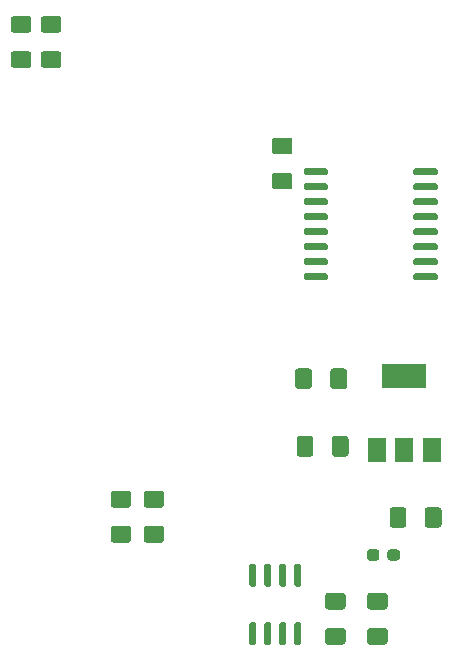
<source format=gbr>
%TF.GenerationSoftware,KiCad,Pcbnew,(5.1.6)-1*%
%TF.CreationDate,2021-10-22T11:30:52-04:00*%
%TF.ProjectId,main_board,6d61696e-5f62-46f6-9172-642e6b696361,rev?*%
%TF.SameCoordinates,Original*%
%TF.FileFunction,Paste,Top*%
%TF.FilePolarity,Positive*%
%FSLAX46Y46*%
G04 Gerber Fmt 4.6, Leading zero omitted, Abs format (unit mm)*
G04 Created by KiCad (PCBNEW (5.1.6)-1) date 2021-10-22 11:30:52*
%MOMM*%
%LPD*%
G01*
G04 APERTURE LIST*
%ADD10R,3.800000X2.000000*%
%ADD11R,1.500000X2.000000*%
G04 APERTURE END LIST*
%TO.C,C1*%
G36*
G01*
X162296000Y-97586500D02*
X161046000Y-97586500D01*
G75*
G02*
X160796000Y-97336500I0J250000D01*
G01*
X160796000Y-96411500D01*
G75*
G02*
X161046000Y-96161500I250000J0D01*
G01*
X162296000Y-96161500D01*
G75*
G02*
X162546000Y-96411500I0J-250000D01*
G01*
X162546000Y-97336500D01*
G75*
G02*
X162296000Y-97586500I-250000J0D01*
G01*
G37*
G36*
G01*
X162296000Y-100561500D02*
X161046000Y-100561500D01*
G75*
G02*
X160796000Y-100311500I0J250000D01*
G01*
X160796000Y-99386500D01*
G75*
G02*
X161046000Y-99136500I250000J0D01*
G01*
X162296000Y-99136500D01*
G75*
G02*
X162546000Y-99386500I0J-250000D01*
G01*
X162546000Y-100311500D01*
G75*
G02*
X162296000Y-100561500I-250000J0D01*
G01*
G37*
%TD*%
%TO.C,C2*%
G36*
G01*
X165554500Y-134706000D02*
X166804500Y-134706000D01*
G75*
G02*
X167054500Y-134956000I0J-250000D01*
G01*
X167054500Y-135881000D01*
G75*
G02*
X166804500Y-136131000I-250000J0D01*
G01*
X165554500Y-136131000D01*
G75*
G02*
X165304500Y-135881000I0J250000D01*
G01*
X165304500Y-134956000D01*
G75*
G02*
X165554500Y-134706000I250000J0D01*
G01*
G37*
G36*
G01*
X165554500Y-137681000D02*
X166804500Y-137681000D01*
G75*
G02*
X167054500Y-137931000I0J-250000D01*
G01*
X167054500Y-138856000D01*
G75*
G02*
X166804500Y-139106000I-250000J0D01*
G01*
X165554500Y-139106000D01*
G75*
G02*
X165304500Y-138856000I0J250000D01*
G01*
X165304500Y-137931000D01*
G75*
G02*
X165554500Y-137681000I250000J0D01*
G01*
G37*
%TD*%
%TO.C,C3*%
G36*
G01*
X162773000Y-117211000D02*
X162773000Y-115961000D01*
G75*
G02*
X163023000Y-115711000I250000J0D01*
G01*
X163948000Y-115711000D01*
G75*
G02*
X164198000Y-115961000I0J-250000D01*
G01*
X164198000Y-117211000D01*
G75*
G02*
X163948000Y-117461000I-250000J0D01*
G01*
X163023000Y-117461000D01*
G75*
G02*
X162773000Y-117211000I0J250000D01*
G01*
G37*
G36*
G01*
X165748000Y-117211000D02*
X165748000Y-115961000D01*
G75*
G02*
X165998000Y-115711000I250000J0D01*
G01*
X166923000Y-115711000D01*
G75*
G02*
X167173000Y-115961000I0J-250000D01*
G01*
X167173000Y-117211000D01*
G75*
G02*
X166923000Y-117461000I-250000J0D01*
G01*
X165998000Y-117461000D01*
G75*
G02*
X165748000Y-117211000I0J250000D01*
G01*
G37*
%TD*%
%TO.C,C4*%
G36*
G01*
X165875000Y-122926000D02*
X165875000Y-121676000D01*
G75*
G02*
X166125000Y-121426000I250000J0D01*
G01*
X167050000Y-121426000D01*
G75*
G02*
X167300000Y-121676000I0J-250000D01*
G01*
X167300000Y-122926000D01*
G75*
G02*
X167050000Y-123176000I-250000J0D01*
G01*
X166125000Y-123176000D01*
G75*
G02*
X165875000Y-122926000I0J250000D01*
G01*
G37*
G36*
G01*
X162900000Y-122926000D02*
X162900000Y-121676000D01*
G75*
G02*
X163150000Y-121426000I250000J0D01*
G01*
X164075000Y-121426000D01*
G75*
G02*
X164325000Y-121676000I0J-250000D01*
G01*
X164325000Y-122926000D01*
G75*
G02*
X164075000Y-123176000I-250000J0D01*
G01*
X163150000Y-123176000D01*
G75*
G02*
X162900000Y-122926000I0J250000D01*
G01*
G37*
%TD*%
%TO.C,D1*%
G36*
G01*
X175174000Y-127708500D02*
X175174000Y-128958500D01*
G75*
G02*
X174924000Y-129208500I-250000J0D01*
G01*
X173999000Y-129208500D01*
G75*
G02*
X173749000Y-128958500I0J250000D01*
G01*
X173749000Y-127708500D01*
G75*
G02*
X173999000Y-127458500I250000J0D01*
G01*
X174924000Y-127458500D01*
G75*
G02*
X175174000Y-127708500I0J-250000D01*
G01*
G37*
G36*
G01*
X172199000Y-127708500D02*
X172199000Y-128958500D01*
G75*
G02*
X171949000Y-129208500I-250000J0D01*
G01*
X171024000Y-129208500D01*
G75*
G02*
X170774000Y-128958500I0J250000D01*
G01*
X170774000Y-127708500D01*
G75*
G02*
X171024000Y-127458500I250000J0D01*
G01*
X171949000Y-127458500D01*
G75*
G02*
X172199000Y-127708500I0J-250000D01*
G01*
G37*
%TD*%
%TO.C,F1*%
G36*
G01*
X171643500Y-131271000D02*
X171643500Y-131746000D01*
G75*
G02*
X171406000Y-131983500I-237500J0D01*
G01*
X170831000Y-131983500D01*
G75*
G02*
X170593500Y-131746000I0J237500D01*
G01*
X170593500Y-131271000D01*
G75*
G02*
X170831000Y-131033500I237500J0D01*
G01*
X171406000Y-131033500D01*
G75*
G02*
X171643500Y-131271000I0J-237500D01*
G01*
G37*
G36*
G01*
X169893500Y-131271000D02*
X169893500Y-131746000D01*
G75*
G02*
X169656000Y-131983500I-237500J0D01*
G01*
X169081000Y-131983500D01*
G75*
G02*
X168843500Y-131746000I0J237500D01*
G01*
X168843500Y-131271000D01*
G75*
G02*
X169081000Y-131033500I237500J0D01*
G01*
X169656000Y-131033500D01*
G75*
G02*
X169893500Y-131271000I0J-237500D01*
G01*
G37*
%TD*%
%TO.C,R1*%
G36*
G01*
X142738000Y-90274500D02*
X141488000Y-90274500D01*
G75*
G02*
X141238000Y-90024500I0J250000D01*
G01*
X141238000Y-89099500D01*
G75*
G02*
X141488000Y-88849500I250000J0D01*
G01*
X142738000Y-88849500D01*
G75*
G02*
X142988000Y-89099500I0J-250000D01*
G01*
X142988000Y-90024500D01*
G75*
G02*
X142738000Y-90274500I-250000J0D01*
G01*
G37*
G36*
G01*
X142738000Y-87299500D02*
X141488000Y-87299500D01*
G75*
G02*
X141238000Y-87049500I0J250000D01*
G01*
X141238000Y-86124500D01*
G75*
G02*
X141488000Y-85874500I250000J0D01*
G01*
X142738000Y-85874500D01*
G75*
G02*
X142988000Y-86124500I0J-250000D01*
G01*
X142988000Y-87049500D01*
G75*
G02*
X142738000Y-87299500I-250000J0D01*
G01*
G37*
%TD*%
%TO.C,R2*%
G36*
G01*
X170360500Y-136131000D02*
X169110500Y-136131000D01*
G75*
G02*
X168860500Y-135881000I0J250000D01*
G01*
X168860500Y-134956000D01*
G75*
G02*
X169110500Y-134706000I250000J0D01*
G01*
X170360500Y-134706000D01*
G75*
G02*
X170610500Y-134956000I0J-250000D01*
G01*
X170610500Y-135881000D01*
G75*
G02*
X170360500Y-136131000I-250000J0D01*
G01*
G37*
G36*
G01*
X170360500Y-139106000D02*
X169110500Y-139106000D01*
G75*
G02*
X168860500Y-138856000I0J250000D01*
G01*
X168860500Y-137931000D01*
G75*
G02*
X169110500Y-137681000I250000J0D01*
G01*
X170360500Y-137681000D01*
G75*
G02*
X170610500Y-137931000I0J-250000D01*
G01*
X170610500Y-138856000D01*
G75*
G02*
X170360500Y-139106000I-250000J0D01*
G01*
G37*
%TD*%
%TO.C,R3*%
G36*
G01*
X151437500Y-130470000D02*
X150187500Y-130470000D01*
G75*
G02*
X149937500Y-130220000I0J250000D01*
G01*
X149937500Y-129295000D01*
G75*
G02*
X150187500Y-129045000I250000J0D01*
G01*
X151437500Y-129045000D01*
G75*
G02*
X151687500Y-129295000I0J-250000D01*
G01*
X151687500Y-130220000D01*
G75*
G02*
X151437500Y-130470000I-250000J0D01*
G01*
G37*
G36*
G01*
X151437500Y-127495000D02*
X150187500Y-127495000D01*
G75*
G02*
X149937500Y-127245000I0J250000D01*
G01*
X149937500Y-126320000D01*
G75*
G02*
X150187500Y-126070000I250000J0D01*
G01*
X151437500Y-126070000D01*
G75*
G02*
X151687500Y-126320000I0J-250000D01*
G01*
X151687500Y-127245000D01*
G75*
G02*
X151437500Y-127495000I-250000J0D01*
G01*
G37*
%TD*%
%TO.C,R4*%
G36*
G01*
X148643500Y-127495000D02*
X147393500Y-127495000D01*
G75*
G02*
X147143500Y-127245000I0J250000D01*
G01*
X147143500Y-126320000D01*
G75*
G02*
X147393500Y-126070000I250000J0D01*
G01*
X148643500Y-126070000D01*
G75*
G02*
X148893500Y-126320000I0J-250000D01*
G01*
X148893500Y-127245000D01*
G75*
G02*
X148643500Y-127495000I-250000J0D01*
G01*
G37*
G36*
G01*
X148643500Y-130470000D02*
X147393500Y-130470000D01*
G75*
G02*
X147143500Y-130220000I0J250000D01*
G01*
X147143500Y-129295000D01*
G75*
G02*
X147393500Y-129045000I250000J0D01*
G01*
X148643500Y-129045000D01*
G75*
G02*
X148893500Y-129295000I0J-250000D01*
G01*
X148893500Y-130220000D01*
G75*
G02*
X148643500Y-130470000I-250000J0D01*
G01*
G37*
%TD*%
%TO.C,R5*%
G36*
G01*
X140198000Y-90274500D02*
X138948000Y-90274500D01*
G75*
G02*
X138698000Y-90024500I0J250000D01*
G01*
X138698000Y-89099500D01*
G75*
G02*
X138948000Y-88849500I250000J0D01*
G01*
X140198000Y-88849500D01*
G75*
G02*
X140448000Y-89099500I0J-250000D01*
G01*
X140448000Y-90024500D01*
G75*
G02*
X140198000Y-90274500I-250000J0D01*
G01*
G37*
G36*
G01*
X140198000Y-87299500D02*
X138948000Y-87299500D01*
G75*
G02*
X138698000Y-87049500I0J250000D01*
G01*
X138698000Y-86124500D01*
G75*
G02*
X138948000Y-85874500I250000J0D01*
G01*
X140198000Y-85874500D01*
G75*
G02*
X140448000Y-86124500I0J-250000D01*
G01*
X140448000Y-87049500D01*
G75*
G02*
X140198000Y-87299500I-250000J0D01*
G01*
G37*
%TD*%
%TO.C,DS3231*%
G36*
G01*
X163489000Y-99210000D02*
X163489000Y-98910000D01*
G75*
G02*
X163639000Y-98760000I150000J0D01*
G01*
X165389000Y-98760000D01*
G75*
G02*
X165539000Y-98910000I0J-150000D01*
G01*
X165539000Y-99210000D01*
G75*
G02*
X165389000Y-99360000I-150000J0D01*
G01*
X163639000Y-99360000D01*
G75*
G02*
X163489000Y-99210000I0J150000D01*
G01*
G37*
G36*
G01*
X163489000Y-100480000D02*
X163489000Y-100180000D01*
G75*
G02*
X163639000Y-100030000I150000J0D01*
G01*
X165389000Y-100030000D01*
G75*
G02*
X165539000Y-100180000I0J-150000D01*
G01*
X165539000Y-100480000D01*
G75*
G02*
X165389000Y-100630000I-150000J0D01*
G01*
X163639000Y-100630000D01*
G75*
G02*
X163489000Y-100480000I0J150000D01*
G01*
G37*
G36*
G01*
X163489000Y-101750000D02*
X163489000Y-101450000D01*
G75*
G02*
X163639000Y-101300000I150000J0D01*
G01*
X165389000Y-101300000D01*
G75*
G02*
X165539000Y-101450000I0J-150000D01*
G01*
X165539000Y-101750000D01*
G75*
G02*
X165389000Y-101900000I-150000J0D01*
G01*
X163639000Y-101900000D01*
G75*
G02*
X163489000Y-101750000I0J150000D01*
G01*
G37*
G36*
G01*
X163489000Y-103020000D02*
X163489000Y-102720000D01*
G75*
G02*
X163639000Y-102570000I150000J0D01*
G01*
X165389000Y-102570000D01*
G75*
G02*
X165539000Y-102720000I0J-150000D01*
G01*
X165539000Y-103020000D01*
G75*
G02*
X165389000Y-103170000I-150000J0D01*
G01*
X163639000Y-103170000D01*
G75*
G02*
X163489000Y-103020000I0J150000D01*
G01*
G37*
G36*
G01*
X163489000Y-104290000D02*
X163489000Y-103990000D01*
G75*
G02*
X163639000Y-103840000I150000J0D01*
G01*
X165389000Y-103840000D01*
G75*
G02*
X165539000Y-103990000I0J-150000D01*
G01*
X165539000Y-104290000D01*
G75*
G02*
X165389000Y-104440000I-150000J0D01*
G01*
X163639000Y-104440000D01*
G75*
G02*
X163489000Y-104290000I0J150000D01*
G01*
G37*
G36*
G01*
X163489000Y-105560000D02*
X163489000Y-105260000D01*
G75*
G02*
X163639000Y-105110000I150000J0D01*
G01*
X165389000Y-105110000D01*
G75*
G02*
X165539000Y-105260000I0J-150000D01*
G01*
X165539000Y-105560000D01*
G75*
G02*
X165389000Y-105710000I-150000J0D01*
G01*
X163639000Y-105710000D01*
G75*
G02*
X163489000Y-105560000I0J150000D01*
G01*
G37*
G36*
G01*
X163489000Y-106830000D02*
X163489000Y-106530000D01*
G75*
G02*
X163639000Y-106380000I150000J0D01*
G01*
X165389000Y-106380000D01*
G75*
G02*
X165539000Y-106530000I0J-150000D01*
G01*
X165539000Y-106830000D01*
G75*
G02*
X165389000Y-106980000I-150000J0D01*
G01*
X163639000Y-106980000D01*
G75*
G02*
X163489000Y-106830000I0J150000D01*
G01*
G37*
G36*
G01*
X163489000Y-108100000D02*
X163489000Y-107800000D01*
G75*
G02*
X163639000Y-107650000I150000J0D01*
G01*
X165389000Y-107650000D01*
G75*
G02*
X165539000Y-107800000I0J-150000D01*
G01*
X165539000Y-108100000D01*
G75*
G02*
X165389000Y-108250000I-150000J0D01*
G01*
X163639000Y-108250000D01*
G75*
G02*
X163489000Y-108100000I0J150000D01*
G01*
G37*
G36*
G01*
X172789000Y-108100000D02*
X172789000Y-107800000D01*
G75*
G02*
X172939000Y-107650000I150000J0D01*
G01*
X174689000Y-107650000D01*
G75*
G02*
X174839000Y-107800000I0J-150000D01*
G01*
X174839000Y-108100000D01*
G75*
G02*
X174689000Y-108250000I-150000J0D01*
G01*
X172939000Y-108250000D01*
G75*
G02*
X172789000Y-108100000I0J150000D01*
G01*
G37*
G36*
G01*
X172789000Y-106830000D02*
X172789000Y-106530000D01*
G75*
G02*
X172939000Y-106380000I150000J0D01*
G01*
X174689000Y-106380000D01*
G75*
G02*
X174839000Y-106530000I0J-150000D01*
G01*
X174839000Y-106830000D01*
G75*
G02*
X174689000Y-106980000I-150000J0D01*
G01*
X172939000Y-106980000D01*
G75*
G02*
X172789000Y-106830000I0J150000D01*
G01*
G37*
G36*
G01*
X172789000Y-105560000D02*
X172789000Y-105260000D01*
G75*
G02*
X172939000Y-105110000I150000J0D01*
G01*
X174689000Y-105110000D01*
G75*
G02*
X174839000Y-105260000I0J-150000D01*
G01*
X174839000Y-105560000D01*
G75*
G02*
X174689000Y-105710000I-150000J0D01*
G01*
X172939000Y-105710000D01*
G75*
G02*
X172789000Y-105560000I0J150000D01*
G01*
G37*
G36*
G01*
X172789000Y-104290000D02*
X172789000Y-103990000D01*
G75*
G02*
X172939000Y-103840000I150000J0D01*
G01*
X174689000Y-103840000D01*
G75*
G02*
X174839000Y-103990000I0J-150000D01*
G01*
X174839000Y-104290000D01*
G75*
G02*
X174689000Y-104440000I-150000J0D01*
G01*
X172939000Y-104440000D01*
G75*
G02*
X172789000Y-104290000I0J150000D01*
G01*
G37*
G36*
G01*
X172789000Y-103020000D02*
X172789000Y-102720000D01*
G75*
G02*
X172939000Y-102570000I150000J0D01*
G01*
X174689000Y-102570000D01*
G75*
G02*
X174839000Y-102720000I0J-150000D01*
G01*
X174839000Y-103020000D01*
G75*
G02*
X174689000Y-103170000I-150000J0D01*
G01*
X172939000Y-103170000D01*
G75*
G02*
X172789000Y-103020000I0J150000D01*
G01*
G37*
G36*
G01*
X172789000Y-101750000D02*
X172789000Y-101450000D01*
G75*
G02*
X172939000Y-101300000I150000J0D01*
G01*
X174689000Y-101300000D01*
G75*
G02*
X174839000Y-101450000I0J-150000D01*
G01*
X174839000Y-101750000D01*
G75*
G02*
X174689000Y-101900000I-150000J0D01*
G01*
X172939000Y-101900000D01*
G75*
G02*
X172789000Y-101750000I0J150000D01*
G01*
G37*
G36*
G01*
X172789000Y-100480000D02*
X172789000Y-100180000D01*
G75*
G02*
X172939000Y-100030000I150000J0D01*
G01*
X174689000Y-100030000D01*
G75*
G02*
X174839000Y-100180000I0J-150000D01*
G01*
X174839000Y-100480000D01*
G75*
G02*
X174689000Y-100630000I-150000J0D01*
G01*
X172939000Y-100630000D01*
G75*
G02*
X172789000Y-100480000I0J150000D01*
G01*
G37*
G36*
G01*
X172789000Y-99210000D02*
X172789000Y-98910000D01*
G75*
G02*
X172939000Y-98760000I150000J0D01*
G01*
X174689000Y-98760000D01*
G75*
G02*
X174839000Y-98910000I0J-150000D01*
G01*
X174839000Y-99210000D01*
G75*
G02*
X174689000Y-99360000I-150000J0D01*
G01*
X172939000Y-99360000D01*
G75*
G02*
X172789000Y-99210000I0J150000D01*
G01*
G37*
%TD*%
%TO.C,INA219*%
G36*
G01*
X159344500Y-139149500D02*
X159044500Y-139149500D01*
G75*
G02*
X158894500Y-138999500I0J150000D01*
G01*
X158894500Y-137349500D01*
G75*
G02*
X159044500Y-137199500I150000J0D01*
G01*
X159344500Y-137199500D01*
G75*
G02*
X159494500Y-137349500I0J-150000D01*
G01*
X159494500Y-138999500D01*
G75*
G02*
X159344500Y-139149500I-150000J0D01*
G01*
G37*
G36*
G01*
X160614500Y-139149500D02*
X160314500Y-139149500D01*
G75*
G02*
X160164500Y-138999500I0J150000D01*
G01*
X160164500Y-137349500D01*
G75*
G02*
X160314500Y-137199500I150000J0D01*
G01*
X160614500Y-137199500D01*
G75*
G02*
X160764500Y-137349500I0J-150000D01*
G01*
X160764500Y-138999500D01*
G75*
G02*
X160614500Y-139149500I-150000J0D01*
G01*
G37*
G36*
G01*
X161884500Y-139149500D02*
X161584500Y-139149500D01*
G75*
G02*
X161434500Y-138999500I0J150000D01*
G01*
X161434500Y-137349500D01*
G75*
G02*
X161584500Y-137199500I150000J0D01*
G01*
X161884500Y-137199500D01*
G75*
G02*
X162034500Y-137349500I0J-150000D01*
G01*
X162034500Y-138999500D01*
G75*
G02*
X161884500Y-139149500I-150000J0D01*
G01*
G37*
G36*
G01*
X163154500Y-139149500D02*
X162854500Y-139149500D01*
G75*
G02*
X162704500Y-138999500I0J150000D01*
G01*
X162704500Y-137349500D01*
G75*
G02*
X162854500Y-137199500I150000J0D01*
G01*
X163154500Y-137199500D01*
G75*
G02*
X163304500Y-137349500I0J-150000D01*
G01*
X163304500Y-138999500D01*
G75*
G02*
X163154500Y-139149500I-150000J0D01*
G01*
G37*
G36*
G01*
X163154500Y-134199500D02*
X162854500Y-134199500D01*
G75*
G02*
X162704500Y-134049500I0J150000D01*
G01*
X162704500Y-132399500D01*
G75*
G02*
X162854500Y-132249500I150000J0D01*
G01*
X163154500Y-132249500D01*
G75*
G02*
X163304500Y-132399500I0J-150000D01*
G01*
X163304500Y-134049500D01*
G75*
G02*
X163154500Y-134199500I-150000J0D01*
G01*
G37*
G36*
G01*
X161884500Y-134199500D02*
X161584500Y-134199500D01*
G75*
G02*
X161434500Y-134049500I0J150000D01*
G01*
X161434500Y-132399500D01*
G75*
G02*
X161584500Y-132249500I150000J0D01*
G01*
X161884500Y-132249500D01*
G75*
G02*
X162034500Y-132399500I0J-150000D01*
G01*
X162034500Y-134049500D01*
G75*
G02*
X161884500Y-134199500I-150000J0D01*
G01*
G37*
G36*
G01*
X160614500Y-134199500D02*
X160314500Y-134199500D01*
G75*
G02*
X160164500Y-134049500I0J150000D01*
G01*
X160164500Y-132399500D01*
G75*
G02*
X160314500Y-132249500I150000J0D01*
G01*
X160614500Y-132249500D01*
G75*
G02*
X160764500Y-132399500I0J-150000D01*
G01*
X160764500Y-134049500D01*
G75*
G02*
X160614500Y-134199500I-150000J0D01*
G01*
G37*
G36*
G01*
X159344500Y-134199500D02*
X159044500Y-134199500D01*
G75*
G02*
X158894500Y-134049500I0J150000D01*
G01*
X158894500Y-132399500D01*
G75*
G02*
X159044500Y-132249500I150000J0D01*
G01*
X159344500Y-132249500D01*
G75*
G02*
X159494500Y-132399500I0J-150000D01*
G01*
X159494500Y-134049500D01*
G75*
G02*
X159344500Y-134199500I-150000J0D01*
G01*
G37*
%TD*%
D10*
%TO.C,5V*%
X172021500Y-116357000D03*
D11*
X172021500Y-122657000D03*
X174321500Y-122657000D03*
X169721500Y-122657000D03*
%TD*%
M02*

</source>
